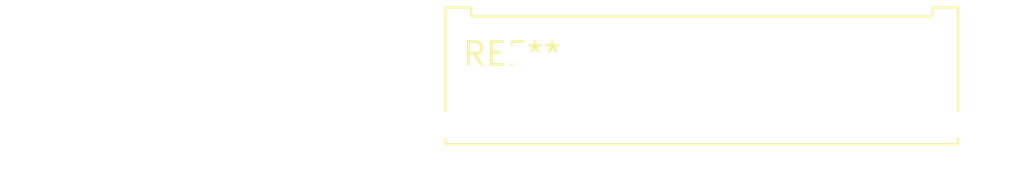
<source format=kicad_pcb>
(kicad_pcb (version 20240108) (generator pcbnew)
  (layers (0 "F.Cu" signal) (31 "B.Cu" signal) (34 "B.Paste" user) (35 "F.Paste" user) (36 "B.SilkS" user "B.Silkscreen") (37 "F.SilkS" user "F.Silkscreen") (38 "B.Mask" user) (39 "F.Mask" user) (44 "Edge.Cuts" user))
  (net 0 "")
  (footprint "Molex_Micro-Fit_3.0_43045-1612_2x08_P3.00mm_Vertical" (layer "F.Cu") (at 0 0)
    (property "Reference" "REF**")
    (property "Value" "Molex_Micro-Fit_3.0_43045-1612_2x08_P3.00mm_Vertical")
    (fp_line (start -3.685 -2.58) (end -2.265 -2.58) (layer "F.SilkS") (stroke (width 0.12)))
    (fp_line (start -3.685 3.17) (end -3.685 -2.58) (layer "F.SilkS") (stroke (width 0.12)))
    (fp_line (start -3.685 4.71) (end -3.685 5.01) (layer "F.SilkS") (stroke (width 0.12)))
    (fp_line (start -3.685 5.01) (end 24.685 5.01) (layer "F.SilkS") (stroke (width 0.12)))
    (fp_line (start -2.265 -2.58) (end -2.265 -2.08) (layer "F.SilkS") (stroke (width 0.12)))
    (fp_line (start -2.265 -2.08) (end 23.265 -2.08) (layer "F.SilkS") (stroke (width 0.12)))
    (fp_line (start 23.265 -2.58) (end 24.685 -2.58) (layer "F.SilkS") (stroke (width 0.12)))
    (fp_line (start 23.265 -2.08) (end 23.265 -2.58) (layer "F.SilkS") (stroke (width 0.12)))
    (fp_line (start 24.685 -2.58) (end 24.685 3.17) (layer "F.SilkS") (stroke (width 0.12)))
    (fp_line (start 24.685 5.01) (end 24.685 4.71) (layer "F.SilkS") (stroke (width 0.12)))
    (pad "" np_thru_hole circle (at -3 3.94) (size 1.02 1.02) (drill 1.02) (layers *.Cu *.Mask))
    (pad "" np_thru_hole circle (at 24 3.94) (size 1.02 1.02) (drill 1.02) (layers *.Cu *.Mask))
    (pad "1" thru_hole roundrect (at 0 0) (size 1.5 1.5) (drill 1.02) (layers *.Cu *.Mask) (remove_unused_layers) (roundrect_rratio 0.166667))
    (pad "2" thru_hole circle (at 3 0) (size 1.5 1.5) (drill 1.02) (layers *.Cu *.Mask) (remove_unused_layers))
    (pad "3" thru_hole circle (at 6 0) (size 1.5 1.5) (drill 1.02) (layers *.Cu *.Mask) (remove_unused_layers))
    (pad "4" thru_hole circle (at 9 0) (size 1.5 1.5) (drill 1.02) (layers *.Cu *.Mask) (remove_unused_layers))
    (pad "5" thru_hole circle (at 12 0) (size 1.5 1.5) (drill 1.02) (layers *.Cu *.Mask) (remove_unused_layers))
    (pad "6" thru_hole circle (at 15 0) (size 1.5 1.5) (drill 1.02) (layers *.Cu *.Mask) (remove_unused_layers))
    (pad "7" thru_hole circle (at 18 0) (size 1.5 1.5) (drill 1.02) (layers *.Cu *.Mask) (remove_unused_layers))
    (pad "8" thru_hole circle (at 21 0) (size 1.5 1.5) (drill 1.02) (layers *.Cu *.Mask) (remove_unused_layers))
    (pad "9" thru_hole circle (at 0 3) (size 1.5 1.5) (drill 1.02) (layers *.Cu *.Mask) (remove_unused_layers))
    (pad "10" thru_hole circle (at 3 3) (size 1.5 1.5) (drill 1.02) (layers *.Cu *.Mask) (remove_unused_layers))
    (pad "11" thru_hole circle (at 6 3) (size 1.5 1.5) (drill 1.02) (layers *.Cu *.Mask) (remove_unused_layers))
    (pad "12" thru_hole circle (at 9 3) (size 1.5 1.5) (drill 1.02) (layers *.Cu *.Mask) (remove_unused_layers))
    (pad "13" thru_hole circle (at 12 3) (size 1.5 1.5) (drill 1.02) (layers *.Cu *.Mask) (remove_unused_layers))
    (pad "14" thru_hole circle (at 15 3) (size 1.5 1.5) (drill 1.02) (layers *.Cu *.Mask) (remove_unused_layers))
    (pad "15" thru_hole circle (at 18 3) (size 1.5 1.5) (drill 1.02) (layers *.Cu *.Mask) (remove_unused_layers))
    (pad "16" thru_hole circle (at 21 3) (size 1.5 1.5) (drill 1.02) (layers *.Cu *.Mask) (remove_unused_layers))
  )
)
</source>
